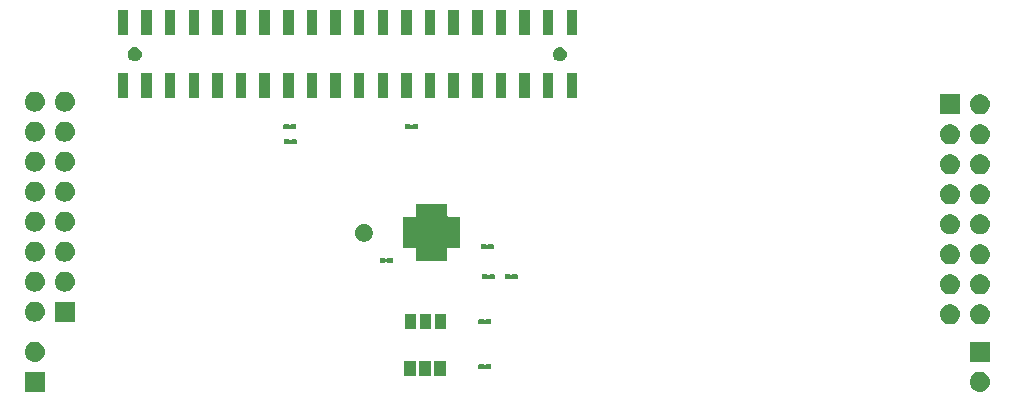
<source format=gbr>
G04 #@! TF.GenerationSoftware,KiCad,Pcbnew,5.1.2-1.fc30*
G04 #@! TF.CreationDate,2019-05-22T10:25:12+05:30*
G04 #@! TF.ProjectId,sx1509,73783135-3039-42e6-9b69-6361645f7063,v0.1*
G04 #@! TF.SameCoordinates,Original*
G04 #@! TF.FileFunction,Soldermask,Top*
G04 #@! TF.FilePolarity,Negative*
%FSLAX46Y46*%
G04 Gerber Fmt 4.6, Leading zero omitted, Abs format (unit mm)*
G04 Created by KiCad (PCBNEW 5.1.2-1.fc30) date 2019-05-22 10:25:12*
%MOMM*%
%LPD*%
G04 APERTURE LIST*
%ADD10C,0.100000*%
G04 APERTURE END LIST*
D10*
G36*
X182716627Y-130912299D02*
G01*
X182796742Y-130936602D01*
X182876855Y-130960903D01*
X182876857Y-130960904D01*
X183024518Y-131039831D01*
X183153949Y-131146051D01*
X183260169Y-131275482D01*
X183339096Y-131423143D01*
X183387701Y-131583373D01*
X183404112Y-131750000D01*
X183387701Y-131916627D01*
X183339096Y-132076857D01*
X183260169Y-132224518D01*
X183153949Y-132353949D01*
X183024518Y-132460169D01*
X182876857Y-132539096D01*
X182876855Y-132539097D01*
X182796742Y-132563398D01*
X182716627Y-132587701D01*
X182591752Y-132600000D01*
X182508248Y-132600000D01*
X182383373Y-132587701D01*
X182303258Y-132563398D01*
X182223145Y-132539097D01*
X182223143Y-132539096D01*
X182075482Y-132460169D01*
X181946051Y-132353949D01*
X181839831Y-132224518D01*
X181760904Y-132076857D01*
X181712299Y-131916627D01*
X181695888Y-131750000D01*
X181712299Y-131583373D01*
X181760904Y-131423143D01*
X181839831Y-131275482D01*
X181946051Y-131146051D01*
X182075482Y-131039831D01*
X182223143Y-130960904D01*
X182223145Y-130960903D01*
X182303258Y-130936602D01*
X182383373Y-130912299D01*
X182508248Y-130900000D01*
X182591752Y-130900000D01*
X182716627Y-130912299D01*
X182716627Y-130912299D01*
G37*
G36*
X103390000Y-132600000D02*
G01*
X101690000Y-132600000D01*
X101690000Y-130900000D01*
X103390000Y-130900000D01*
X103390000Y-132600000D01*
X103390000Y-132600000D01*
G37*
G36*
X134800000Y-131229000D02*
G01*
X133830000Y-131229000D01*
X133830000Y-129959000D01*
X134800000Y-129959000D01*
X134800000Y-131229000D01*
X134800000Y-131229000D01*
G37*
G36*
X137340000Y-131229000D02*
G01*
X136370000Y-131229000D01*
X136370000Y-129959000D01*
X137340000Y-129959000D01*
X137340000Y-131229000D01*
X137340000Y-131229000D01*
G37*
G36*
X136070000Y-131229000D02*
G01*
X135100000Y-131229000D01*
X135100000Y-129959000D01*
X136070000Y-129959000D01*
X136070000Y-131229000D01*
X136070000Y-131229000D01*
G37*
G36*
X140519696Y-130281313D02*
G01*
X140526620Y-130283413D01*
X140532999Y-130286823D01*
X140538588Y-130291410D01*
X140543375Y-130297243D01*
X140560702Y-130314570D01*
X140581077Y-130328184D01*
X140603716Y-130337561D01*
X140627749Y-130342341D01*
X140652253Y-130342341D01*
X140676286Y-130337560D01*
X140698925Y-130328183D01*
X140719299Y-130314569D01*
X140736625Y-130297243D01*
X140741412Y-130291410D01*
X140747001Y-130286823D01*
X140753380Y-130283413D01*
X140760304Y-130281313D01*
X140773638Y-130280000D01*
X141146362Y-130280000D01*
X141159696Y-130281313D01*
X141166620Y-130283413D01*
X141172999Y-130286823D01*
X141178589Y-130291411D01*
X141183177Y-130297001D01*
X141186587Y-130303380D01*
X141188687Y-130310304D01*
X141190000Y-130323638D01*
X141190000Y-130636362D01*
X141188687Y-130649696D01*
X141186587Y-130656620D01*
X141183177Y-130662999D01*
X141178589Y-130668589D01*
X141172999Y-130673177D01*
X141166620Y-130676587D01*
X141159696Y-130678687D01*
X141146362Y-130680000D01*
X140773638Y-130680000D01*
X140760304Y-130678687D01*
X140753380Y-130676587D01*
X140747001Y-130673177D01*
X140741412Y-130668590D01*
X140736625Y-130662757D01*
X140719298Y-130645430D01*
X140698923Y-130631816D01*
X140676284Y-130622439D01*
X140652251Y-130617659D01*
X140627747Y-130617659D01*
X140603714Y-130622440D01*
X140581075Y-130631817D01*
X140560701Y-130645431D01*
X140543375Y-130662757D01*
X140538588Y-130668590D01*
X140532999Y-130673177D01*
X140526620Y-130676587D01*
X140519696Y-130678687D01*
X140506362Y-130680000D01*
X140133638Y-130680000D01*
X140120304Y-130678687D01*
X140113380Y-130676587D01*
X140107001Y-130673177D01*
X140101411Y-130668589D01*
X140096823Y-130662999D01*
X140093413Y-130656620D01*
X140091313Y-130649696D01*
X140090000Y-130636362D01*
X140090000Y-130323638D01*
X140091313Y-130310304D01*
X140093413Y-130303380D01*
X140096823Y-130297001D01*
X140101411Y-130291411D01*
X140107001Y-130286823D01*
X140113380Y-130283413D01*
X140120304Y-130281313D01*
X140133638Y-130280000D01*
X140506362Y-130280000D01*
X140519696Y-130281313D01*
X140519696Y-130281313D01*
G37*
G36*
X102706627Y-128372299D02*
G01*
X102786742Y-128396601D01*
X102866855Y-128420903D01*
X102866857Y-128420904D01*
X103014518Y-128499831D01*
X103143949Y-128606051D01*
X103250169Y-128735482D01*
X103329096Y-128883143D01*
X103377701Y-129043373D01*
X103394112Y-129210000D01*
X103377701Y-129376627D01*
X103329096Y-129536857D01*
X103250169Y-129684518D01*
X103143949Y-129813949D01*
X103014518Y-129920169D01*
X102866857Y-129999096D01*
X102866855Y-129999097D01*
X102786742Y-130023399D01*
X102706627Y-130047701D01*
X102581752Y-130060000D01*
X102498248Y-130060000D01*
X102373373Y-130047701D01*
X102293258Y-130023399D01*
X102213145Y-129999097D01*
X102213143Y-129999096D01*
X102065482Y-129920169D01*
X101936051Y-129813949D01*
X101829831Y-129684518D01*
X101750904Y-129536857D01*
X101702299Y-129376627D01*
X101685888Y-129210000D01*
X101702299Y-129043373D01*
X101750904Y-128883143D01*
X101829831Y-128735482D01*
X101936051Y-128606051D01*
X102065482Y-128499831D01*
X102213143Y-128420904D01*
X102213145Y-128420903D01*
X102293258Y-128396601D01*
X102373373Y-128372299D01*
X102498248Y-128360000D01*
X102581752Y-128360000D01*
X102706627Y-128372299D01*
X102706627Y-128372299D01*
G37*
G36*
X183400000Y-130060000D02*
G01*
X181700000Y-130060000D01*
X181700000Y-128360000D01*
X183400000Y-128360000D01*
X183400000Y-130060000D01*
X183400000Y-130060000D01*
G37*
G36*
X134813000Y-127318000D02*
G01*
X133843000Y-127318000D01*
X133843000Y-126048000D01*
X134813000Y-126048000D01*
X134813000Y-127318000D01*
X134813000Y-127318000D01*
G37*
G36*
X136083000Y-127318000D02*
G01*
X135113000Y-127318000D01*
X135113000Y-126048000D01*
X136083000Y-126048000D01*
X136083000Y-127318000D01*
X136083000Y-127318000D01*
G37*
G36*
X137353000Y-127318000D02*
G01*
X136383000Y-127318000D01*
X136383000Y-126048000D01*
X137353000Y-126048000D01*
X137353000Y-127318000D01*
X137353000Y-127318000D01*
G37*
G36*
X180176627Y-125197299D02*
G01*
X180256742Y-125221601D01*
X180336855Y-125245903D01*
X180336857Y-125245904D01*
X180484518Y-125324831D01*
X180613949Y-125431051D01*
X180720169Y-125560482D01*
X180799096Y-125708143D01*
X180847701Y-125868373D01*
X180864112Y-126035000D01*
X180847701Y-126201627D01*
X180799096Y-126361857D01*
X180720169Y-126509518D01*
X180613949Y-126638949D01*
X180484518Y-126745169D01*
X180341121Y-126821817D01*
X180336855Y-126824097D01*
X180262605Y-126846620D01*
X180176627Y-126872701D01*
X180051752Y-126885000D01*
X179968248Y-126885000D01*
X179843373Y-126872701D01*
X179757395Y-126846620D01*
X179683145Y-126824097D01*
X179678879Y-126821817D01*
X179535482Y-126745169D01*
X179406051Y-126638949D01*
X179299831Y-126509518D01*
X179220904Y-126361857D01*
X179172299Y-126201627D01*
X179155888Y-126035000D01*
X179172299Y-125868373D01*
X179220904Y-125708143D01*
X179299831Y-125560482D01*
X179406051Y-125431051D01*
X179535482Y-125324831D01*
X179683143Y-125245904D01*
X179683145Y-125245903D01*
X179763258Y-125221601D01*
X179843373Y-125197299D01*
X179968248Y-125185000D01*
X180051752Y-125185000D01*
X180176627Y-125197299D01*
X180176627Y-125197299D01*
G37*
G36*
X182716627Y-125197299D02*
G01*
X182796742Y-125221601D01*
X182876855Y-125245903D01*
X182876857Y-125245904D01*
X183024518Y-125324831D01*
X183153949Y-125431051D01*
X183260169Y-125560482D01*
X183339096Y-125708143D01*
X183387701Y-125868373D01*
X183404112Y-126035000D01*
X183387701Y-126201627D01*
X183339096Y-126361857D01*
X183260169Y-126509518D01*
X183153949Y-126638949D01*
X183024518Y-126745169D01*
X182881121Y-126821817D01*
X182876855Y-126824097D01*
X182802605Y-126846620D01*
X182716627Y-126872701D01*
X182591752Y-126885000D01*
X182508248Y-126885000D01*
X182383373Y-126872701D01*
X182297395Y-126846620D01*
X182223145Y-126824097D01*
X182218879Y-126821817D01*
X182075482Y-126745169D01*
X181946051Y-126638949D01*
X181839831Y-126509518D01*
X181760904Y-126361857D01*
X181712299Y-126201627D01*
X181695888Y-126035000D01*
X181712299Y-125868373D01*
X181760904Y-125708143D01*
X181839831Y-125560482D01*
X181946051Y-125431051D01*
X182075482Y-125324831D01*
X182223143Y-125245904D01*
X182223145Y-125245903D01*
X182303258Y-125221601D01*
X182383373Y-125197299D01*
X182508248Y-125185000D01*
X182591752Y-125185000D01*
X182716627Y-125197299D01*
X182716627Y-125197299D01*
G37*
G36*
X140519696Y-126471313D02*
G01*
X140526620Y-126473413D01*
X140532999Y-126476823D01*
X140538588Y-126481410D01*
X140543375Y-126487243D01*
X140560702Y-126504570D01*
X140581077Y-126518184D01*
X140603716Y-126527561D01*
X140627749Y-126532341D01*
X140652253Y-126532341D01*
X140676286Y-126527560D01*
X140698925Y-126518183D01*
X140719299Y-126504569D01*
X140736625Y-126487243D01*
X140741412Y-126481410D01*
X140747001Y-126476823D01*
X140753380Y-126473413D01*
X140760304Y-126471313D01*
X140773638Y-126470000D01*
X141146362Y-126470000D01*
X141159696Y-126471313D01*
X141166620Y-126473413D01*
X141172999Y-126476823D01*
X141178589Y-126481411D01*
X141183177Y-126487001D01*
X141186587Y-126493380D01*
X141188687Y-126500304D01*
X141190000Y-126513638D01*
X141190000Y-126826362D01*
X141188687Y-126839696D01*
X141186587Y-126846620D01*
X141183177Y-126852999D01*
X141178589Y-126858589D01*
X141172999Y-126863177D01*
X141166620Y-126866587D01*
X141159696Y-126868687D01*
X141146362Y-126870000D01*
X140773638Y-126870000D01*
X140760304Y-126868687D01*
X140753380Y-126866587D01*
X140747001Y-126863177D01*
X140741412Y-126858590D01*
X140736625Y-126852757D01*
X140719298Y-126835430D01*
X140698923Y-126821816D01*
X140676284Y-126812439D01*
X140652251Y-126807659D01*
X140627747Y-126807659D01*
X140603714Y-126812440D01*
X140581075Y-126821817D01*
X140560701Y-126835431D01*
X140543375Y-126852757D01*
X140538588Y-126858590D01*
X140532999Y-126863177D01*
X140526620Y-126866587D01*
X140519696Y-126868687D01*
X140506362Y-126870000D01*
X140133638Y-126870000D01*
X140120304Y-126868687D01*
X140113380Y-126866587D01*
X140107001Y-126863177D01*
X140101411Y-126858589D01*
X140096823Y-126852999D01*
X140093413Y-126846620D01*
X140091313Y-126839696D01*
X140090000Y-126826362D01*
X140090000Y-126513638D01*
X140091313Y-126500304D01*
X140093413Y-126493380D01*
X140096823Y-126487001D01*
X140101411Y-126481411D01*
X140107001Y-126476823D01*
X140113380Y-126473413D01*
X140120304Y-126471313D01*
X140133638Y-126470000D01*
X140506362Y-126470000D01*
X140519696Y-126471313D01*
X140519696Y-126471313D01*
G37*
G36*
X102706627Y-124968299D02*
G01*
X102786742Y-124992601D01*
X102866855Y-125016903D01*
X102866857Y-125016904D01*
X103014518Y-125095831D01*
X103143949Y-125202051D01*
X103250169Y-125331482D01*
X103329096Y-125479143D01*
X103377701Y-125639373D01*
X103394112Y-125806000D01*
X103377701Y-125972627D01*
X103329096Y-126132857D01*
X103250169Y-126280518D01*
X103143949Y-126409949D01*
X103014518Y-126516169D01*
X102913808Y-126570000D01*
X102866855Y-126595097D01*
X102786742Y-126619399D01*
X102706627Y-126643701D01*
X102581752Y-126656000D01*
X102498248Y-126656000D01*
X102373373Y-126643701D01*
X102293258Y-126619399D01*
X102213145Y-126595097D01*
X102166192Y-126570000D01*
X102065482Y-126516169D01*
X101936051Y-126409949D01*
X101829831Y-126280518D01*
X101750904Y-126132857D01*
X101702299Y-125972627D01*
X101685888Y-125806000D01*
X101702299Y-125639373D01*
X101750904Y-125479143D01*
X101829831Y-125331482D01*
X101936051Y-125202051D01*
X102065482Y-125095831D01*
X102213143Y-125016904D01*
X102213145Y-125016903D01*
X102293258Y-124992601D01*
X102373373Y-124968299D01*
X102498248Y-124956000D01*
X102581752Y-124956000D01*
X102706627Y-124968299D01*
X102706627Y-124968299D01*
G37*
G36*
X105930000Y-126656000D02*
G01*
X104230000Y-126656000D01*
X104230000Y-124956000D01*
X105930000Y-124956000D01*
X105930000Y-126656000D01*
X105930000Y-126656000D01*
G37*
G36*
X182716627Y-122657299D02*
G01*
X182763148Y-122671411D01*
X182876855Y-122705903D01*
X182876857Y-122705904D01*
X183024518Y-122784831D01*
X183153949Y-122891051D01*
X183260169Y-123020482D01*
X183339096Y-123168143D01*
X183387701Y-123328373D01*
X183404112Y-123495000D01*
X183387701Y-123661627D01*
X183339096Y-123821857D01*
X183260169Y-123969518D01*
X183153949Y-124098949D01*
X183024518Y-124205169D01*
X182876857Y-124284096D01*
X182876855Y-124284097D01*
X182796742Y-124308399D01*
X182716627Y-124332701D01*
X182591752Y-124345000D01*
X182508248Y-124345000D01*
X182383373Y-124332701D01*
X182303258Y-124308398D01*
X182223145Y-124284097D01*
X182223143Y-124284096D01*
X182075482Y-124205169D01*
X181946051Y-124098949D01*
X181839831Y-123969518D01*
X181760904Y-123821857D01*
X181712299Y-123661627D01*
X181695888Y-123495000D01*
X181712299Y-123328373D01*
X181760904Y-123168143D01*
X181839831Y-123020482D01*
X181946051Y-122891051D01*
X182075482Y-122784831D01*
X182223143Y-122705904D01*
X182223145Y-122705903D01*
X182336852Y-122671411D01*
X182383373Y-122657299D01*
X182508248Y-122645000D01*
X182591752Y-122645000D01*
X182716627Y-122657299D01*
X182716627Y-122657299D01*
G37*
G36*
X180176627Y-122657299D02*
G01*
X180223148Y-122671411D01*
X180336855Y-122705903D01*
X180336857Y-122705904D01*
X180484518Y-122784831D01*
X180613949Y-122891051D01*
X180720169Y-123020482D01*
X180799096Y-123168143D01*
X180847701Y-123328373D01*
X180864112Y-123495000D01*
X180847701Y-123661627D01*
X180799096Y-123821857D01*
X180720169Y-123969518D01*
X180613949Y-124098949D01*
X180484518Y-124205169D01*
X180336857Y-124284096D01*
X180336855Y-124284097D01*
X180256742Y-124308399D01*
X180176627Y-124332701D01*
X180051752Y-124345000D01*
X179968248Y-124345000D01*
X179843373Y-124332701D01*
X179763258Y-124308398D01*
X179683145Y-124284097D01*
X179683143Y-124284096D01*
X179535482Y-124205169D01*
X179406051Y-124098949D01*
X179299831Y-123969518D01*
X179220904Y-123821857D01*
X179172299Y-123661627D01*
X179155888Y-123495000D01*
X179172299Y-123328373D01*
X179220904Y-123168143D01*
X179299831Y-123020482D01*
X179406051Y-122891051D01*
X179535482Y-122784831D01*
X179683143Y-122705904D01*
X179683145Y-122705903D01*
X179796852Y-122671411D01*
X179843373Y-122657299D01*
X179968248Y-122645000D01*
X180051752Y-122645000D01*
X180176627Y-122657299D01*
X180176627Y-122657299D01*
G37*
G36*
X105246627Y-122428299D02*
G01*
X105326742Y-122452601D01*
X105406855Y-122476903D01*
X105406857Y-122476904D01*
X105554518Y-122555831D01*
X105683949Y-122662051D01*
X105790169Y-122791482D01*
X105869096Y-122939143D01*
X105917701Y-123099373D01*
X105934112Y-123266000D01*
X105917701Y-123432627D01*
X105869096Y-123592857D01*
X105790169Y-123740518D01*
X105683949Y-123869949D01*
X105554518Y-123976169D01*
X105406857Y-124055096D01*
X105406855Y-124055097D01*
X105326742Y-124079399D01*
X105246627Y-124103701D01*
X105121752Y-124116000D01*
X105038248Y-124116000D01*
X104913373Y-124103701D01*
X104833258Y-124079399D01*
X104753145Y-124055097D01*
X104753143Y-124055096D01*
X104605482Y-123976169D01*
X104476051Y-123869949D01*
X104369831Y-123740518D01*
X104290904Y-123592857D01*
X104242299Y-123432627D01*
X104225888Y-123266000D01*
X104242299Y-123099373D01*
X104290904Y-122939143D01*
X104369831Y-122791482D01*
X104476051Y-122662051D01*
X104605482Y-122555831D01*
X104753143Y-122476904D01*
X104753145Y-122476903D01*
X104833258Y-122452601D01*
X104913373Y-122428299D01*
X105038248Y-122416000D01*
X105121752Y-122416000D01*
X105246627Y-122428299D01*
X105246627Y-122428299D01*
G37*
G36*
X102706627Y-122428299D02*
G01*
X102786742Y-122452601D01*
X102866855Y-122476903D01*
X102866857Y-122476904D01*
X103014518Y-122555831D01*
X103143949Y-122662051D01*
X103250169Y-122791482D01*
X103329096Y-122939143D01*
X103377701Y-123099373D01*
X103394112Y-123266000D01*
X103377701Y-123432627D01*
X103329096Y-123592857D01*
X103250169Y-123740518D01*
X103143949Y-123869949D01*
X103014518Y-123976169D01*
X102866857Y-124055096D01*
X102866855Y-124055097D01*
X102786742Y-124079399D01*
X102706627Y-124103701D01*
X102581752Y-124116000D01*
X102498248Y-124116000D01*
X102373373Y-124103701D01*
X102293258Y-124079399D01*
X102213145Y-124055097D01*
X102213143Y-124055096D01*
X102065482Y-123976169D01*
X101936051Y-123869949D01*
X101829831Y-123740518D01*
X101750904Y-123592857D01*
X101702299Y-123432627D01*
X101685888Y-123266000D01*
X101702299Y-123099373D01*
X101750904Y-122939143D01*
X101829831Y-122791482D01*
X101936051Y-122662051D01*
X102065482Y-122555831D01*
X102213143Y-122476904D01*
X102213145Y-122476903D01*
X102293258Y-122452601D01*
X102373373Y-122428299D01*
X102498248Y-122416000D01*
X102581752Y-122416000D01*
X102706627Y-122428299D01*
X102706627Y-122428299D01*
G37*
G36*
X142739696Y-122661313D02*
G01*
X142746620Y-122663413D01*
X142752999Y-122666823D01*
X142758588Y-122671410D01*
X142763375Y-122677243D01*
X142780702Y-122694570D01*
X142801077Y-122708184D01*
X142823716Y-122717561D01*
X142847749Y-122722341D01*
X142872253Y-122722341D01*
X142896286Y-122717560D01*
X142918925Y-122708183D01*
X142939299Y-122694569D01*
X142956625Y-122677243D01*
X142961412Y-122671410D01*
X142967001Y-122666823D01*
X142973380Y-122663413D01*
X142980304Y-122661313D01*
X142993638Y-122660000D01*
X143366362Y-122660000D01*
X143379696Y-122661313D01*
X143386620Y-122663413D01*
X143392999Y-122666823D01*
X143398589Y-122671411D01*
X143403177Y-122677001D01*
X143406587Y-122683380D01*
X143408687Y-122690304D01*
X143410000Y-122703638D01*
X143410000Y-123016362D01*
X143408687Y-123029696D01*
X143406587Y-123036620D01*
X143403177Y-123042999D01*
X143398589Y-123048589D01*
X143392999Y-123053177D01*
X143386620Y-123056587D01*
X143379696Y-123058687D01*
X143366362Y-123060000D01*
X142993638Y-123060000D01*
X142980304Y-123058687D01*
X142973380Y-123056587D01*
X142967001Y-123053177D01*
X142961412Y-123048590D01*
X142956625Y-123042757D01*
X142939298Y-123025430D01*
X142918923Y-123011816D01*
X142896284Y-123002439D01*
X142872251Y-122997659D01*
X142847747Y-122997659D01*
X142823714Y-123002440D01*
X142801075Y-123011817D01*
X142780701Y-123025431D01*
X142763375Y-123042757D01*
X142758588Y-123048590D01*
X142752999Y-123053177D01*
X142746620Y-123056587D01*
X142739696Y-123058687D01*
X142726362Y-123060000D01*
X142353638Y-123060000D01*
X142340304Y-123058687D01*
X142333380Y-123056587D01*
X142327001Y-123053177D01*
X142321411Y-123048589D01*
X142316823Y-123042999D01*
X142313413Y-123036620D01*
X142311313Y-123029696D01*
X142310000Y-123016362D01*
X142310000Y-122703638D01*
X142311313Y-122690304D01*
X142313413Y-122683380D01*
X142316823Y-122677001D01*
X142321411Y-122671411D01*
X142327001Y-122666823D01*
X142333380Y-122663413D01*
X142340304Y-122661313D01*
X142353638Y-122660000D01*
X142726362Y-122660000D01*
X142739696Y-122661313D01*
X142739696Y-122661313D01*
G37*
G36*
X140804696Y-122661313D02*
G01*
X140811620Y-122663413D01*
X140817999Y-122666823D01*
X140823588Y-122671410D01*
X140828375Y-122677243D01*
X140845702Y-122694570D01*
X140866077Y-122708184D01*
X140888716Y-122717561D01*
X140912749Y-122722341D01*
X140937253Y-122722341D01*
X140961286Y-122717560D01*
X140983925Y-122708183D01*
X141004299Y-122694569D01*
X141021625Y-122677243D01*
X141026412Y-122671410D01*
X141032001Y-122666823D01*
X141038380Y-122663413D01*
X141045304Y-122661313D01*
X141058638Y-122660000D01*
X141431362Y-122660000D01*
X141444696Y-122661313D01*
X141451620Y-122663413D01*
X141457999Y-122666823D01*
X141463589Y-122671411D01*
X141468177Y-122677001D01*
X141471587Y-122683380D01*
X141473687Y-122690304D01*
X141475000Y-122703638D01*
X141475000Y-123016362D01*
X141473687Y-123029696D01*
X141471587Y-123036620D01*
X141468177Y-123042999D01*
X141463589Y-123048589D01*
X141457999Y-123053177D01*
X141451620Y-123056587D01*
X141444696Y-123058687D01*
X141431362Y-123060000D01*
X141058638Y-123060000D01*
X141045304Y-123058687D01*
X141038380Y-123056587D01*
X141032001Y-123053177D01*
X141026412Y-123048590D01*
X141021625Y-123042757D01*
X141004298Y-123025430D01*
X140983923Y-123011816D01*
X140961284Y-123002439D01*
X140937251Y-122997659D01*
X140912747Y-122997659D01*
X140888714Y-123002440D01*
X140866075Y-123011817D01*
X140845701Y-123025431D01*
X140828375Y-123042757D01*
X140823588Y-123048590D01*
X140817999Y-123053177D01*
X140811620Y-123056587D01*
X140804696Y-123058687D01*
X140791362Y-123060000D01*
X140418638Y-123060000D01*
X140405304Y-123058687D01*
X140398380Y-123056587D01*
X140392001Y-123053177D01*
X140386411Y-123048589D01*
X140381823Y-123042999D01*
X140378413Y-123036620D01*
X140376313Y-123029696D01*
X140375000Y-123016362D01*
X140375000Y-122703638D01*
X140376313Y-122690304D01*
X140378413Y-122683380D01*
X140381823Y-122677001D01*
X140386411Y-122671411D01*
X140392001Y-122666823D01*
X140398380Y-122663413D01*
X140405304Y-122661313D01*
X140418638Y-122660000D01*
X140791362Y-122660000D01*
X140804696Y-122661313D01*
X140804696Y-122661313D01*
G37*
G36*
X182716627Y-120117299D02*
G01*
X182763148Y-120131411D01*
X182876855Y-120165903D01*
X182876857Y-120165904D01*
X183024518Y-120244831D01*
X183153949Y-120351051D01*
X183260169Y-120480482D01*
X183280265Y-120518079D01*
X183339097Y-120628145D01*
X183363399Y-120708258D01*
X183387701Y-120788373D01*
X183404112Y-120955000D01*
X183387701Y-121121627D01*
X183339096Y-121281857D01*
X183260169Y-121429518D01*
X183153949Y-121558949D01*
X183024518Y-121665169D01*
X182994900Y-121681000D01*
X182876855Y-121744097D01*
X182796742Y-121768398D01*
X182716627Y-121792701D01*
X182591752Y-121805000D01*
X182508248Y-121805000D01*
X182383373Y-121792701D01*
X182303258Y-121768398D01*
X182223145Y-121744097D01*
X182105100Y-121681000D01*
X182075482Y-121665169D01*
X181946051Y-121558949D01*
X181839831Y-121429518D01*
X181760904Y-121281857D01*
X181712299Y-121121627D01*
X181695888Y-120955000D01*
X181712299Y-120788373D01*
X181736601Y-120708258D01*
X181760903Y-120628145D01*
X181819735Y-120518079D01*
X181839831Y-120480482D01*
X181946051Y-120351051D01*
X182075482Y-120244831D01*
X182223143Y-120165904D01*
X182223145Y-120165903D01*
X182336852Y-120131411D01*
X182383373Y-120117299D01*
X182508248Y-120105000D01*
X182591752Y-120105000D01*
X182716627Y-120117299D01*
X182716627Y-120117299D01*
G37*
G36*
X180176627Y-120117299D02*
G01*
X180223148Y-120131411D01*
X180336855Y-120165903D01*
X180336857Y-120165904D01*
X180484518Y-120244831D01*
X180613949Y-120351051D01*
X180720169Y-120480482D01*
X180740265Y-120518079D01*
X180799097Y-120628145D01*
X180823399Y-120708258D01*
X180847701Y-120788373D01*
X180864112Y-120955000D01*
X180847701Y-121121627D01*
X180799096Y-121281857D01*
X180720169Y-121429518D01*
X180613949Y-121558949D01*
X180484518Y-121665169D01*
X180454900Y-121681000D01*
X180336855Y-121744097D01*
X180256742Y-121768398D01*
X180176627Y-121792701D01*
X180051752Y-121805000D01*
X179968248Y-121805000D01*
X179843373Y-121792701D01*
X179763258Y-121768398D01*
X179683145Y-121744097D01*
X179565100Y-121681000D01*
X179535482Y-121665169D01*
X179406051Y-121558949D01*
X179299831Y-121429518D01*
X179220904Y-121281857D01*
X179172299Y-121121627D01*
X179155888Y-120955000D01*
X179172299Y-120788373D01*
X179196601Y-120708258D01*
X179220903Y-120628145D01*
X179279735Y-120518079D01*
X179299831Y-120480482D01*
X179406051Y-120351051D01*
X179535482Y-120244831D01*
X179683143Y-120165904D01*
X179683145Y-120165903D01*
X179796852Y-120131411D01*
X179843373Y-120117299D01*
X179968248Y-120105000D01*
X180051752Y-120105000D01*
X180176627Y-120117299D01*
X180176627Y-120117299D01*
G37*
G36*
X132173696Y-121282313D02*
G01*
X132180620Y-121284413D01*
X132186999Y-121287823D01*
X132192588Y-121292410D01*
X132197375Y-121298243D01*
X132214702Y-121315570D01*
X132235077Y-121329184D01*
X132257716Y-121338561D01*
X132281749Y-121343341D01*
X132306253Y-121343341D01*
X132330286Y-121338560D01*
X132352925Y-121329183D01*
X132373299Y-121315569D01*
X132390625Y-121298243D01*
X132395412Y-121292410D01*
X132401001Y-121287823D01*
X132407380Y-121284413D01*
X132414304Y-121282313D01*
X132427638Y-121281000D01*
X132800362Y-121281000D01*
X132813696Y-121282313D01*
X132820620Y-121284413D01*
X132826999Y-121287823D01*
X132832589Y-121292411D01*
X132837177Y-121298001D01*
X132840587Y-121304380D01*
X132842687Y-121311304D01*
X132844000Y-121324638D01*
X132844000Y-121637362D01*
X132842687Y-121650696D01*
X132840587Y-121657620D01*
X132837177Y-121663999D01*
X132832589Y-121669589D01*
X132826999Y-121674177D01*
X132820620Y-121677587D01*
X132813696Y-121679687D01*
X132800362Y-121681000D01*
X132427638Y-121681000D01*
X132414304Y-121679687D01*
X132407380Y-121677587D01*
X132401001Y-121674177D01*
X132395412Y-121669590D01*
X132390625Y-121663757D01*
X132373298Y-121646430D01*
X132352923Y-121632816D01*
X132330284Y-121623439D01*
X132306251Y-121618659D01*
X132281747Y-121618659D01*
X132257714Y-121623440D01*
X132235075Y-121632817D01*
X132214701Y-121646431D01*
X132197375Y-121663757D01*
X132192588Y-121669590D01*
X132186999Y-121674177D01*
X132180620Y-121677587D01*
X132173696Y-121679687D01*
X132160362Y-121681000D01*
X131787638Y-121681000D01*
X131774304Y-121679687D01*
X131767380Y-121677587D01*
X131761001Y-121674177D01*
X131755411Y-121669589D01*
X131750823Y-121663999D01*
X131747413Y-121657620D01*
X131745313Y-121650696D01*
X131744000Y-121637362D01*
X131744000Y-121324638D01*
X131745313Y-121311304D01*
X131747413Y-121304380D01*
X131750823Y-121298001D01*
X131755411Y-121292411D01*
X131761001Y-121287823D01*
X131767380Y-121284413D01*
X131774304Y-121282313D01*
X131787638Y-121281000D01*
X132160362Y-121281000D01*
X132173696Y-121282313D01*
X132173696Y-121282313D01*
G37*
G36*
X102706627Y-119888299D02*
G01*
X102786742Y-119912601D01*
X102866855Y-119936903D01*
X102866857Y-119936904D01*
X103014518Y-120015831D01*
X103143949Y-120122051D01*
X103250169Y-120251482D01*
X103329096Y-120399143D01*
X103377701Y-120559373D01*
X103394112Y-120726000D01*
X103377701Y-120892627D01*
X103329096Y-121052857D01*
X103250169Y-121200518D01*
X103143949Y-121329949D01*
X103014518Y-121436169D01*
X102914257Y-121489760D01*
X102866855Y-121515097D01*
X102786742Y-121539399D01*
X102706627Y-121563701D01*
X102581752Y-121576000D01*
X102498248Y-121576000D01*
X102373373Y-121563701D01*
X102293258Y-121539399D01*
X102213145Y-121515097D01*
X102165743Y-121489760D01*
X102065482Y-121436169D01*
X101936051Y-121329949D01*
X101829831Y-121200518D01*
X101750904Y-121052857D01*
X101702299Y-120892627D01*
X101685888Y-120726000D01*
X101702299Y-120559373D01*
X101750904Y-120399143D01*
X101829831Y-120251482D01*
X101936051Y-120122051D01*
X102065482Y-120015831D01*
X102213143Y-119936904D01*
X102213145Y-119936903D01*
X102293258Y-119912601D01*
X102373373Y-119888299D01*
X102498248Y-119876000D01*
X102581752Y-119876000D01*
X102706627Y-119888299D01*
X102706627Y-119888299D01*
G37*
G36*
X105246627Y-119888299D02*
G01*
X105326742Y-119912601D01*
X105406855Y-119936903D01*
X105406857Y-119936904D01*
X105554518Y-120015831D01*
X105683949Y-120122051D01*
X105790169Y-120251482D01*
X105869096Y-120399143D01*
X105917701Y-120559373D01*
X105934112Y-120726000D01*
X105917701Y-120892627D01*
X105869096Y-121052857D01*
X105790169Y-121200518D01*
X105683949Y-121329949D01*
X105554518Y-121436169D01*
X105454257Y-121489760D01*
X105406855Y-121515097D01*
X105326742Y-121539399D01*
X105246627Y-121563701D01*
X105121752Y-121576000D01*
X105038248Y-121576000D01*
X104913373Y-121563701D01*
X104833258Y-121539399D01*
X104753145Y-121515097D01*
X104705743Y-121489760D01*
X104605482Y-121436169D01*
X104476051Y-121329949D01*
X104369831Y-121200518D01*
X104290904Y-121052857D01*
X104242299Y-120892627D01*
X104225888Y-120726000D01*
X104242299Y-120559373D01*
X104290904Y-120399143D01*
X104369831Y-120251482D01*
X104476051Y-120122051D01*
X104605482Y-120015831D01*
X104753143Y-119936904D01*
X104753145Y-119936903D01*
X104833258Y-119912601D01*
X104913373Y-119888299D01*
X105038248Y-119876000D01*
X105121752Y-119876000D01*
X105246627Y-119888299D01*
X105246627Y-119888299D01*
G37*
G36*
X137435940Y-117642391D02*
G01*
X137438342Y-117666777D01*
X137445455Y-117690226D01*
X137457006Y-117711837D01*
X137472551Y-117730779D01*
X137487200Y-117742800D01*
X137499221Y-117757449D01*
X137518163Y-117772994D01*
X137539774Y-117784545D01*
X137563223Y-117791658D01*
X137587609Y-117794060D01*
X138535760Y-117794060D01*
X138535760Y-120389940D01*
X137587609Y-120389940D01*
X137563223Y-120392342D01*
X137539774Y-120399455D01*
X137518163Y-120411006D01*
X137499221Y-120426551D01*
X137487200Y-120441200D01*
X137472551Y-120453221D01*
X137457006Y-120472163D01*
X137445455Y-120493774D01*
X137438342Y-120517223D01*
X137435940Y-120541609D01*
X137435940Y-121489760D01*
X134840060Y-121489760D01*
X134840060Y-120541609D01*
X134837658Y-120517223D01*
X134830545Y-120493774D01*
X134818994Y-120472163D01*
X134803449Y-120453221D01*
X134788800Y-120441200D01*
X134776779Y-120426551D01*
X134757837Y-120411006D01*
X134736226Y-120399455D01*
X134712777Y-120392342D01*
X134688391Y-120389940D01*
X133740240Y-120389940D01*
X133740240Y-117794060D01*
X134688391Y-117794060D01*
X134712777Y-117791658D01*
X134736226Y-117784545D01*
X134757837Y-117772994D01*
X134776779Y-117757449D01*
X134788800Y-117742800D01*
X134803449Y-117730779D01*
X134818994Y-117711837D01*
X134830545Y-117690226D01*
X134837658Y-117666777D01*
X134840060Y-117642391D01*
X134840060Y-116694240D01*
X137435940Y-116694240D01*
X137435940Y-117642391D01*
X137435940Y-117642391D01*
G37*
G36*
X140714696Y-120121313D02*
G01*
X140721620Y-120123413D01*
X140727999Y-120126823D01*
X140733588Y-120131410D01*
X140738375Y-120137243D01*
X140755702Y-120154570D01*
X140776077Y-120168184D01*
X140798716Y-120177561D01*
X140822749Y-120182341D01*
X140847253Y-120182341D01*
X140871286Y-120177560D01*
X140893925Y-120168183D01*
X140914299Y-120154569D01*
X140931625Y-120137243D01*
X140936412Y-120131410D01*
X140942001Y-120126823D01*
X140948380Y-120123413D01*
X140955304Y-120121313D01*
X140968638Y-120120000D01*
X141341362Y-120120000D01*
X141354696Y-120121313D01*
X141361620Y-120123413D01*
X141367999Y-120126823D01*
X141373589Y-120131411D01*
X141378177Y-120137001D01*
X141381587Y-120143380D01*
X141383687Y-120150304D01*
X141385000Y-120163638D01*
X141385000Y-120476362D01*
X141383687Y-120489696D01*
X141381587Y-120496620D01*
X141378177Y-120502999D01*
X141373589Y-120508589D01*
X141367999Y-120513177D01*
X141361620Y-120516587D01*
X141354696Y-120518687D01*
X141341362Y-120520000D01*
X140968638Y-120520000D01*
X140955304Y-120518687D01*
X140948380Y-120516587D01*
X140942001Y-120513177D01*
X140936412Y-120508590D01*
X140931625Y-120502757D01*
X140914298Y-120485430D01*
X140893923Y-120471816D01*
X140871284Y-120462439D01*
X140847251Y-120457659D01*
X140822747Y-120457659D01*
X140798714Y-120462440D01*
X140776075Y-120471817D01*
X140755701Y-120485431D01*
X140738375Y-120502757D01*
X140733588Y-120508590D01*
X140727999Y-120513177D01*
X140721620Y-120516587D01*
X140714696Y-120518687D01*
X140701362Y-120520000D01*
X140328638Y-120520000D01*
X140315304Y-120518687D01*
X140308380Y-120516587D01*
X140302001Y-120513177D01*
X140296411Y-120508589D01*
X140291823Y-120502999D01*
X140288413Y-120496620D01*
X140286313Y-120489696D01*
X140285000Y-120476362D01*
X140285000Y-120163638D01*
X140286313Y-120150304D01*
X140288413Y-120143380D01*
X140291823Y-120137001D01*
X140296411Y-120131411D01*
X140302001Y-120126823D01*
X140308380Y-120123413D01*
X140315304Y-120121313D01*
X140328638Y-120120000D01*
X140701362Y-120120000D01*
X140714696Y-120121313D01*
X140714696Y-120121313D01*
G37*
G36*
X130624766Y-118409821D02*
G01*
X130761257Y-118466358D01*
X130884097Y-118548437D01*
X130988563Y-118652903D01*
X131070642Y-118775743D01*
X131127179Y-118912234D01*
X131156000Y-119057130D01*
X131156000Y-119204870D01*
X131127179Y-119349766D01*
X131070642Y-119486257D01*
X130988563Y-119609097D01*
X130884097Y-119713563D01*
X130761257Y-119795642D01*
X130624766Y-119852179D01*
X130479870Y-119881000D01*
X130332130Y-119881000D01*
X130187234Y-119852179D01*
X130050743Y-119795642D01*
X129927903Y-119713563D01*
X129823437Y-119609097D01*
X129741358Y-119486257D01*
X129684821Y-119349766D01*
X129656000Y-119204870D01*
X129656000Y-119057130D01*
X129684821Y-118912234D01*
X129741358Y-118775743D01*
X129823437Y-118652903D01*
X129927903Y-118548437D01*
X130050743Y-118466358D01*
X130187234Y-118409821D01*
X130332130Y-118381000D01*
X130479870Y-118381000D01*
X130624766Y-118409821D01*
X130624766Y-118409821D01*
G37*
G36*
X182716627Y-117577299D02*
G01*
X182796742Y-117601602D01*
X182876855Y-117625903D01*
X182876857Y-117625904D01*
X183024518Y-117704831D01*
X183153949Y-117811051D01*
X183260169Y-117940482D01*
X183339096Y-118088143D01*
X183387701Y-118248373D01*
X183404112Y-118415000D01*
X183387701Y-118581627D01*
X183339096Y-118741857D01*
X183260169Y-118889518D01*
X183153949Y-119018949D01*
X183024518Y-119125169D01*
X182901245Y-119191060D01*
X182876855Y-119204097D01*
X182796742Y-119228398D01*
X182716627Y-119252701D01*
X182591752Y-119265000D01*
X182508248Y-119265000D01*
X182383373Y-119252701D01*
X182303258Y-119228399D01*
X182223145Y-119204097D01*
X182198755Y-119191060D01*
X182075482Y-119125169D01*
X181946051Y-119018949D01*
X181839831Y-118889518D01*
X181760904Y-118741857D01*
X181712299Y-118581627D01*
X181695888Y-118415000D01*
X181712299Y-118248373D01*
X181760904Y-118088143D01*
X181839831Y-117940482D01*
X181946051Y-117811051D01*
X182075482Y-117704831D01*
X182223143Y-117625904D01*
X182223145Y-117625903D01*
X182303258Y-117601602D01*
X182383373Y-117577299D01*
X182508248Y-117565000D01*
X182591752Y-117565000D01*
X182716627Y-117577299D01*
X182716627Y-117577299D01*
G37*
G36*
X180176627Y-117577299D02*
G01*
X180256742Y-117601602D01*
X180336855Y-117625903D01*
X180336857Y-117625904D01*
X180484518Y-117704831D01*
X180613949Y-117811051D01*
X180720169Y-117940482D01*
X180799096Y-118088143D01*
X180847701Y-118248373D01*
X180864112Y-118415000D01*
X180847701Y-118581627D01*
X180799096Y-118741857D01*
X180720169Y-118889518D01*
X180613949Y-119018949D01*
X180484518Y-119125169D01*
X180361245Y-119191060D01*
X180336855Y-119204097D01*
X180256742Y-119228398D01*
X180176627Y-119252701D01*
X180051752Y-119265000D01*
X179968248Y-119265000D01*
X179843373Y-119252701D01*
X179763258Y-119228399D01*
X179683145Y-119204097D01*
X179658755Y-119191060D01*
X179535482Y-119125169D01*
X179406051Y-119018949D01*
X179299831Y-118889518D01*
X179220904Y-118741857D01*
X179172299Y-118581627D01*
X179155888Y-118415000D01*
X179172299Y-118248373D01*
X179220904Y-118088143D01*
X179299831Y-117940482D01*
X179406051Y-117811051D01*
X179535482Y-117704831D01*
X179683143Y-117625904D01*
X179683145Y-117625903D01*
X179763258Y-117601602D01*
X179843373Y-117577299D01*
X179968248Y-117565000D01*
X180051752Y-117565000D01*
X180176627Y-117577299D01*
X180176627Y-117577299D01*
G37*
G36*
X102706627Y-117348299D02*
G01*
X102786742Y-117372602D01*
X102866855Y-117396903D01*
X102866857Y-117396904D01*
X103014518Y-117475831D01*
X103143949Y-117582051D01*
X103250169Y-117711482D01*
X103329096Y-117859143D01*
X103377701Y-118019373D01*
X103394112Y-118186000D01*
X103377701Y-118352627D01*
X103329096Y-118512857D01*
X103250169Y-118660518D01*
X103143949Y-118789949D01*
X103014518Y-118896169D01*
X102866857Y-118975096D01*
X102866855Y-118975097D01*
X102808033Y-118992940D01*
X102706627Y-119023701D01*
X102581752Y-119036000D01*
X102498248Y-119036000D01*
X102373373Y-119023701D01*
X102271967Y-118992940D01*
X102213145Y-118975097D01*
X102213143Y-118975096D01*
X102065482Y-118896169D01*
X101936051Y-118789949D01*
X101829831Y-118660518D01*
X101750904Y-118512857D01*
X101702299Y-118352627D01*
X101685888Y-118186000D01*
X101702299Y-118019373D01*
X101750904Y-117859143D01*
X101829831Y-117711482D01*
X101936051Y-117582051D01*
X102065482Y-117475831D01*
X102213143Y-117396904D01*
X102213145Y-117396903D01*
X102293258Y-117372602D01*
X102373373Y-117348299D01*
X102498248Y-117336000D01*
X102581752Y-117336000D01*
X102706627Y-117348299D01*
X102706627Y-117348299D01*
G37*
G36*
X105246627Y-117348299D02*
G01*
X105326742Y-117372602D01*
X105406855Y-117396903D01*
X105406857Y-117396904D01*
X105554518Y-117475831D01*
X105683949Y-117582051D01*
X105790169Y-117711482D01*
X105869096Y-117859143D01*
X105917701Y-118019373D01*
X105934112Y-118186000D01*
X105917701Y-118352627D01*
X105869096Y-118512857D01*
X105790169Y-118660518D01*
X105683949Y-118789949D01*
X105554518Y-118896169D01*
X105406857Y-118975096D01*
X105406855Y-118975097D01*
X105348033Y-118992940D01*
X105246627Y-119023701D01*
X105121752Y-119036000D01*
X105038248Y-119036000D01*
X104913373Y-119023701D01*
X104811967Y-118992940D01*
X104753145Y-118975097D01*
X104753143Y-118975096D01*
X104605482Y-118896169D01*
X104476051Y-118789949D01*
X104369831Y-118660518D01*
X104290904Y-118512857D01*
X104242299Y-118352627D01*
X104225888Y-118186000D01*
X104242299Y-118019373D01*
X104290904Y-117859143D01*
X104369831Y-117711482D01*
X104476051Y-117582051D01*
X104605482Y-117475831D01*
X104753143Y-117396904D01*
X104753145Y-117396903D01*
X104833258Y-117372602D01*
X104913373Y-117348299D01*
X105038248Y-117336000D01*
X105121752Y-117336000D01*
X105246627Y-117348299D01*
X105246627Y-117348299D01*
G37*
G36*
X182716627Y-115037299D02*
G01*
X182796742Y-115061601D01*
X182876855Y-115085903D01*
X182876857Y-115085904D01*
X183024518Y-115164831D01*
X183153949Y-115271051D01*
X183260169Y-115400482D01*
X183339096Y-115548143D01*
X183387701Y-115708373D01*
X183404112Y-115875000D01*
X183387701Y-116041627D01*
X183339096Y-116201857D01*
X183260169Y-116349518D01*
X183153949Y-116478949D01*
X183024518Y-116585169D01*
X182876857Y-116664096D01*
X182876855Y-116664097D01*
X182796742Y-116688399D01*
X182716627Y-116712701D01*
X182591752Y-116725000D01*
X182508248Y-116725000D01*
X182383373Y-116712701D01*
X182303258Y-116688398D01*
X182223145Y-116664097D01*
X182223143Y-116664096D01*
X182075482Y-116585169D01*
X181946051Y-116478949D01*
X181839831Y-116349518D01*
X181760904Y-116201857D01*
X181712299Y-116041627D01*
X181695888Y-115875000D01*
X181712299Y-115708373D01*
X181760904Y-115548143D01*
X181839831Y-115400482D01*
X181946051Y-115271051D01*
X182075482Y-115164831D01*
X182223143Y-115085904D01*
X182223145Y-115085903D01*
X182303258Y-115061602D01*
X182383373Y-115037299D01*
X182508248Y-115025000D01*
X182591752Y-115025000D01*
X182716627Y-115037299D01*
X182716627Y-115037299D01*
G37*
G36*
X180176627Y-115037299D02*
G01*
X180256742Y-115061601D01*
X180336855Y-115085903D01*
X180336857Y-115085904D01*
X180484518Y-115164831D01*
X180613949Y-115271051D01*
X180720169Y-115400482D01*
X180799096Y-115548143D01*
X180847701Y-115708373D01*
X180864112Y-115875000D01*
X180847701Y-116041627D01*
X180799096Y-116201857D01*
X180720169Y-116349518D01*
X180613949Y-116478949D01*
X180484518Y-116585169D01*
X180336857Y-116664096D01*
X180336855Y-116664097D01*
X180256742Y-116688399D01*
X180176627Y-116712701D01*
X180051752Y-116725000D01*
X179968248Y-116725000D01*
X179843373Y-116712701D01*
X179763258Y-116688398D01*
X179683145Y-116664097D01*
X179683143Y-116664096D01*
X179535482Y-116585169D01*
X179406051Y-116478949D01*
X179299831Y-116349518D01*
X179220904Y-116201857D01*
X179172299Y-116041627D01*
X179155888Y-115875000D01*
X179172299Y-115708373D01*
X179220904Y-115548143D01*
X179299831Y-115400482D01*
X179406051Y-115271051D01*
X179535482Y-115164831D01*
X179683143Y-115085904D01*
X179683145Y-115085903D01*
X179763258Y-115061602D01*
X179843373Y-115037299D01*
X179968248Y-115025000D01*
X180051752Y-115025000D01*
X180176627Y-115037299D01*
X180176627Y-115037299D01*
G37*
G36*
X102706627Y-114808299D02*
G01*
X102786742Y-114832602D01*
X102866855Y-114856903D01*
X102866857Y-114856904D01*
X103014518Y-114935831D01*
X103143949Y-115042051D01*
X103250169Y-115171482D01*
X103329096Y-115319143D01*
X103377701Y-115479373D01*
X103394112Y-115646000D01*
X103377701Y-115812627D01*
X103329096Y-115972857D01*
X103250169Y-116120518D01*
X103143949Y-116249949D01*
X103014518Y-116356169D01*
X102866857Y-116435096D01*
X102866855Y-116435097D01*
X102786742Y-116459399D01*
X102706627Y-116483701D01*
X102581752Y-116496000D01*
X102498248Y-116496000D01*
X102373373Y-116483701D01*
X102293258Y-116459399D01*
X102213145Y-116435097D01*
X102213143Y-116435096D01*
X102065482Y-116356169D01*
X101936051Y-116249949D01*
X101829831Y-116120518D01*
X101750904Y-115972857D01*
X101702299Y-115812627D01*
X101685888Y-115646000D01*
X101702299Y-115479373D01*
X101750904Y-115319143D01*
X101829831Y-115171482D01*
X101936051Y-115042051D01*
X102065482Y-114935831D01*
X102213143Y-114856904D01*
X102213145Y-114856903D01*
X102293258Y-114832602D01*
X102373373Y-114808299D01*
X102498248Y-114796000D01*
X102581752Y-114796000D01*
X102706627Y-114808299D01*
X102706627Y-114808299D01*
G37*
G36*
X105246627Y-114808299D02*
G01*
X105326742Y-114832602D01*
X105406855Y-114856903D01*
X105406857Y-114856904D01*
X105554518Y-114935831D01*
X105683949Y-115042051D01*
X105790169Y-115171482D01*
X105869096Y-115319143D01*
X105917701Y-115479373D01*
X105934112Y-115646000D01*
X105917701Y-115812627D01*
X105869096Y-115972857D01*
X105790169Y-116120518D01*
X105683949Y-116249949D01*
X105554518Y-116356169D01*
X105406857Y-116435096D01*
X105406855Y-116435097D01*
X105326742Y-116459399D01*
X105246627Y-116483701D01*
X105121752Y-116496000D01*
X105038248Y-116496000D01*
X104913373Y-116483701D01*
X104833258Y-116459399D01*
X104753145Y-116435097D01*
X104753143Y-116435096D01*
X104605482Y-116356169D01*
X104476051Y-116249949D01*
X104369831Y-116120518D01*
X104290904Y-115972857D01*
X104242299Y-115812627D01*
X104225888Y-115646000D01*
X104242299Y-115479373D01*
X104290904Y-115319143D01*
X104369831Y-115171482D01*
X104476051Y-115042051D01*
X104605482Y-114935831D01*
X104753143Y-114856904D01*
X104753145Y-114856903D01*
X104833258Y-114832602D01*
X104913373Y-114808299D01*
X105038248Y-114796000D01*
X105121752Y-114796000D01*
X105246627Y-114808299D01*
X105246627Y-114808299D01*
G37*
G36*
X182716627Y-112497299D02*
G01*
X182796742Y-112521602D01*
X182876855Y-112545903D01*
X182876857Y-112545904D01*
X183024518Y-112624831D01*
X183153949Y-112731051D01*
X183260169Y-112860482D01*
X183339096Y-113008143D01*
X183387701Y-113168373D01*
X183404112Y-113335000D01*
X183387701Y-113501627D01*
X183339096Y-113661857D01*
X183260169Y-113809518D01*
X183153949Y-113938949D01*
X183024518Y-114045169D01*
X182876857Y-114124096D01*
X182876855Y-114124097D01*
X182796742Y-114148398D01*
X182716627Y-114172701D01*
X182591752Y-114185000D01*
X182508248Y-114185000D01*
X182383373Y-114172701D01*
X182303258Y-114148398D01*
X182223145Y-114124097D01*
X182223143Y-114124096D01*
X182075482Y-114045169D01*
X181946051Y-113938949D01*
X181839831Y-113809518D01*
X181760904Y-113661857D01*
X181712299Y-113501627D01*
X181695888Y-113335000D01*
X181712299Y-113168373D01*
X181760904Y-113008143D01*
X181839831Y-112860482D01*
X181946051Y-112731051D01*
X182075482Y-112624831D01*
X182223143Y-112545904D01*
X182223145Y-112545903D01*
X182303258Y-112521602D01*
X182383373Y-112497299D01*
X182508248Y-112485000D01*
X182591752Y-112485000D01*
X182716627Y-112497299D01*
X182716627Y-112497299D01*
G37*
G36*
X180176627Y-112497299D02*
G01*
X180256742Y-112521602D01*
X180336855Y-112545903D01*
X180336857Y-112545904D01*
X180484518Y-112624831D01*
X180613949Y-112731051D01*
X180720169Y-112860482D01*
X180799096Y-113008143D01*
X180847701Y-113168373D01*
X180864112Y-113335000D01*
X180847701Y-113501627D01*
X180799096Y-113661857D01*
X180720169Y-113809518D01*
X180613949Y-113938949D01*
X180484518Y-114045169D01*
X180336857Y-114124096D01*
X180336855Y-114124097D01*
X180256742Y-114148398D01*
X180176627Y-114172701D01*
X180051752Y-114185000D01*
X179968248Y-114185000D01*
X179843373Y-114172701D01*
X179763258Y-114148398D01*
X179683145Y-114124097D01*
X179683143Y-114124096D01*
X179535482Y-114045169D01*
X179406051Y-113938949D01*
X179299831Y-113809518D01*
X179220904Y-113661857D01*
X179172299Y-113501627D01*
X179155888Y-113335000D01*
X179172299Y-113168373D01*
X179220904Y-113008143D01*
X179299831Y-112860482D01*
X179406051Y-112731051D01*
X179535482Y-112624831D01*
X179683143Y-112545904D01*
X179683145Y-112545903D01*
X179763258Y-112521602D01*
X179843373Y-112497299D01*
X179968248Y-112485000D01*
X180051752Y-112485000D01*
X180176627Y-112497299D01*
X180176627Y-112497299D01*
G37*
G36*
X102706627Y-112268299D02*
G01*
X102786742Y-112292601D01*
X102866855Y-112316903D01*
X102866857Y-112316904D01*
X103014518Y-112395831D01*
X103143949Y-112502051D01*
X103250169Y-112631482D01*
X103329096Y-112779143D01*
X103377701Y-112939373D01*
X103394112Y-113106000D01*
X103377701Y-113272627D01*
X103329096Y-113432857D01*
X103250169Y-113580518D01*
X103143949Y-113709949D01*
X103014518Y-113816169D01*
X102866857Y-113895096D01*
X102866855Y-113895097D01*
X102786742Y-113919399D01*
X102706627Y-113943701D01*
X102581752Y-113956000D01*
X102498248Y-113956000D01*
X102373373Y-113943701D01*
X102293258Y-113919399D01*
X102213145Y-113895097D01*
X102213143Y-113895096D01*
X102065482Y-113816169D01*
X101936051Y-113709949D01*
X101829831Y-113580518D01*
X101750904Y-113432857D01*
X101702299Y-113272627D01*
X101685888Y-113106000D01*
X101702299Y-112939373D01*
X101750904Y-112779143D01*
X101829831Y-112631482D01*
X101936051Y-112502051D01*
X102065482Y-112395831D01*
X102213143Y-112316904D01*
X102213145Y-112316903D01*
X102293258Y-112292601D01*
X102373373Y-112268299D01*
X102498248Y-112256000D01*
X102581752Y-112256000D01*
X102706627Y-112268299D01*
X102706627Y-112268299D01*
G37*
G36*
X105246627Y-112268299D02*
G01*
X105326742Y-112292601D01*
X105406855Y-112316903D01*
X105406857Y-112316904D01*
X105554518Y-112395831D01*
X105683949Y-112502051D01*
X105790169Y-112631482D01*
X105869096Y-112779143D01*
X105917701Y-112939373D01*
X105934112Y-113106000D01*
X105917701Y-113272627D01*
X105869096Y-113432857D01*
X105790169Y-113580518D01*
X105683949Y-113709949D01*
X105554518Y-113816169D01*
X105406857Y-113895096D01*
X105406855Y-113895097D01*
X105326742Y-113919399D01*
X105246627Y-113943701D01*
X105121752Y-113956000D01*
X105038248Y-113956000D01*
X104913373Y-113943701D01*
X104833258Y-113919399D01*
X104753145Y-113895097D01*
X104753143Y-113895096D01*
X104605482Y-113816169D01*
X104476051Y-113709949D01*
X104369831Y-113580518D01*
X104290904Y-113432857D01*
X104242299Y-113272627D01*
X104225888Y-113106000D01*
X104242299Y-112939373D01*
X104290904Y-112779143D01*
X104369831Y-112631482D01*
X104476051Y-112502051D01*
X104605482Y-112395831D01*
X104753143Y-112316904D01*
X104753145Y-112316903D01*
X104833258Y-112292601D01*
X104913373Y-112268299D01*
X105038248Y-112256000D01*
X105121752Y-112256000D01*
X105246627Y-112268299D01*
X105246627Y-112268299D01*
G37*
G36*
X182716627Y-109957299D02*
G01*
X182763148Y-109971411D01*
X182876855Y-110005903D01*
X182876857Y-110005904D01*
X183024518Y-110084831D01*
X183153949Y-110191051D01*
X183260169Y-110320482D01*
X183339096Y-110468143D01*
X183387701Y-110628373D01*
X183404112Y-110795000D01*
X183387701Y-110961627D01*
X183339096Y-111121857D01*
X183260169Y-111269518D01*
X183153949Y-111398949D01*
X183024518Y-111505169D01*
X182881121Y-111581817D01*
X182876855Y-111584097D01*
X182802605Y-111606620D01*
X182716627Y-111632701D01*
X182591752Y-111645000D01*
X182508248Y-111645000D01*
X182383373Y-111632701D01*
X182297395Y-111606620D01*
X182223145Y-111584097D01*
X182218879Y-111581817D01*
X182075482Y-111505169D01*
X181946051Y-111398949D01*
X181839831Y-111269518D01*
X181760904Y-111121857D01*
X181712299Y-110961627D01*
X181695888Y-110795000D01*
X181712299Y-110628373D01*
X181760904Y-110468143D01*
X181839831Y-110320482D01*
X181946051Y-110191051D01*
X182075482Y-110084831D01*
X182223143Y-110005904D01*
X182223145Y-110005903D01*
X182336852Y-109971411D01*
X182383373Y-109957299D01*
X182508248Y-109945000D01*
X182591752Y-109945000D01*
X182716627Y-109957299D01*
X182716627Y-109957299D01*
G37*
G36*
X180176627Y-109957299D02*
G01*
X180223148Y-109971411D01*
X180336855Y-110005903D01*
X180336857Y-110005904D01*
X180484518Y-110084831D01*
X180613949Y-110191051D01*
X180720169Y-110320482D01*
X180799096Y-110468143D01*
X180847701Y-110628373D01*
X180864112Y-110795000D01*
X180847701Y-110961627D01*
X180799096Y-111121857D01*
X180720169Y-111269518D01*
X180613949Y-111398949D01*
X180484518Y-111505169D01*
X180341121Y-111581817D01*
X180336855Y-111584097D01*
X180262605Y-111606620D01*
X180176627Y-111632701D01*
X180051752Y-111645000D01*
X179968248Y-111645000D01*
X179843373Y-111632701D01*
X179757395Y-111606620D01*
X179683145Y-111584097D01*
X179678879Y-111581817D01*
X179535482Y-111505169D01*
X179406051Y-111398949D01*
X179299831Y-111269518D01*
X179220904Y-111121857D01*
X179172299Y-110961627D01*
X179155888Y-110795000D01*
X179172299Y-110628373D01*
X179220904Y-110468143D01*
X179299831Y-110320482D01*
X179406051Y-110191051D01*
X179535482Y-110084831D01*
X179683143Y-110005904D01*
X179683145Y-110005903D01*
X179796852Y-109971411D01*
X179843373Y-109957299D01*
X179968248Y-109945000D01*
X180051752Y-109945000D01*
X180176627Y-109957299D01*
X180176627Y-109957299D01*
G37*
G36*
X124045696Y-111231313D02*
G01*
X124052620Y-111233413D01*
X124058999Y-111236823D01*
X124064588Y-111241410D01*
X124069375Y-111247243D01*
X124086702Y-111264570D01*
X124107077Y-111278184D01*
X124129716Y-111287561D01*
X124153749Y-111292341D01*
X124178253Y-111292341D01*
X124202286Y-111287560D01*
X124224925Y-111278183D01*
X124245299Y-111264569D01*
X124262625Y-111247243D01*
X124267412Y-111241410D01*
X124273001Y-111236823D01*
X124279380Y-111233413D01*
X124286304Y-111231313D01*
X124299638Y-111230000D01*
X124672362Y-111230000D01*
X124685696Y-111231313D01*
X124692620Y-111233413D01*
X124698999Y-111236823D01*
X124704589Y-111241411D01*
X124709177Y-111247001D01*
X124712587Y-111253380D01*
X124714687Y-111260304D01*
X124716000Y-111273638D01*
X124716000Y-111586362D01*
X124714687Y-111599696D01*
X124712587Y-111606620D01*
X124709177Y-111612999D01*
X124704589Y-111618589D01*
X124698999Y-111623177D01*
X124692620Y-111626587D01*
X124685696Y-111628687D01*
X124672362Y-111630000D01*
X124299638Y-111630000D01*
X124286304Y-111628687D01*
X124279380Y-111626587D01*
X124273001Y-111623177D01*
X124267412Y-111618590D01*
X124262625Y-111612757D01*
X124245298Y-111595430D01*
X124224923Y-111581816D01*
X124202284Y-111572439D01*
X124178251Y-111567659D01*
X124153747Y-111567659D01*
X124129714Y-111572440D01*
X124107075Y-111581817D01*
X124086701Y-111595431D01*
X124069375Y-111612757D01*
X124064588Y-111618590D01*
X124058999Y-111623177D01*
X124052620Y-111626587D01*
X124045696Y-111628687D01*
X124032362Y-111630000D01*
X123659638Y-111630000D01*
X123646304Y-111628687D01*
X123639380Y-111626587D01*
X123633001Y-111623177D01*
X123627411Y-111618589D01*
X123622823Y-111612999D01*
X123619413Y-111606620D01*
X123617313Y-111599696D01*
X123616000Y-111586362D01*
X123616000Y-111273638D01*
X123617313Y-111260304D01*
X123619413Y-111253380D01*
X123622823Y-111247001D01*
X123627411Y-111241411D01*
X123633001Y-111236823D01*
X123639380Y-111233413D01*
X123646304Y-111231313D01*
X123659638Y-111230000D01*
X124032362Y-111230000D01*
X124045696Y-111231313D01*
X124045696Y-111231313D01*
G37*
G36*
X105246627Y-109728299D02*
G01*
X105326742Y-109752601D01*
X105406855Y-109776903D01*
X105406857Y-109776904D01*
X105554518Y-109855831D01*
X105683949Y-109962051D01*
X105790169Y-110091482D01*
X105869096Y-110239143D01*
X105917701Y-110399373D01*
X105934112Y-110566000D01*
X105917701Y-110732627D01*
X105869096Y-110892857D01*
X105790169Y-111040518D01*
X105683949Y-111169949D01*
X105554518Y-111276169D01*
X105453808Y-111330000D01*
X105406855Y-111355097D01*
X105326742Y-111379399D01*
X105246627Y-111403701D01*
X105121752Y-111416000D01*
X105038248Y-111416000D01*
X104913373Y-111403701D01*
X104833258Y-111379399D01*
X104753145Y-111355097D01*
X104706192Y-111330000D01*
X104605482Y-111276169D01*
X104476051Y-111169949D01*
X104369831Y-111040518D01*
X104290904Y-110892857D01*
X104242299Y-110732627D01*
X104225888Y-110566000D01*
X104242299Y-110399373D01*
X104290904Y-110239143D01*
X104369831Y-110091482D01*
X104476051Y-109962051D01*
X104605482Y-109855831D01*
X104753143Y-109776904D01*
X104753145Y-109776903D01*
X104833258Y-109752601D01*
X104913373Y-109728299D01*
X105038248Y-109716000D01*
X105121752Y-109716000D01*
X105246627Y-109728299D01*
X105246627Y-109728299D01*
G37*
G36*
X102706627Y-109728299D02*
G01*
X102786742Y-109752601D01*
X102866855Y-109776903D01*
X102866857Y-109776904D01*
X103014518Y-109855831D01*
X103143949Y-109962051D01*
X103250169Y-110091482D01*
X103329096Y-110239143D01*
X103377701Y-110399373D01*
X103394112Y-110566000D01*
X103377701Y-110732627D01*
X103329096Y-110892857D01*
X103250169Y-111040518D01*
X103143949Y-111169949D01*
X103014518Y-111276169D01*
X102913808Y-111330000D01*
X102866855Y-111355097D01*
X102786742Y-111379399D01*
X102706627Y-111403701D01*
X102581752Y-111416000D01*
X102498248Y-111416000D01*
X102373373Y-111403701D01*
X102293258Y-111379399D01*
X102213145Y-111355097D01*
X102166192Y-111330000D01*
X102065482Y-111276169D01*
X101936051Y-111169949D01*
X101829831Y-111040518D01*
X101750904Y-110892857D01*
X101702299Y-110732627D01*
X101685888Y-110566000D01*
X101702299Y-110399373D01*
X101750904Y-110239143D01*
X101829831Y-110091482D01*
X101936051Y-109962051D01*
X102065482Y-109855831D01*
X102213143Y-109776904D01*
X102213145Y-109776903D01*
X102293258Y-109752601D01*
X102373373Y-109728299D01*
X102498248Y-109716000D01*
X102581752Y-109716000D01*
X102706627Y-109728299D01*
X102706627Y-109728299D01*
G37*
G36*
X124009696Y-109961313D02*
G01*
X124016620Y-109963413D01*
X124022999Y-109966823D01*
X124028588Y-109971410D01*
X124033375Y-109977243D01*
X124050702Y-109994570D01*
X124071077Y-110008184D01*
X124093716Y-110017561D01*
X124117749Y-110022341D01*
X124142253Y-110022341D01*
X124166286Y-110017560D01*
X124188925Y-110008183D01*
X124209299Y-109994569D01*
X124226625Y-109977243D01*
X124231412Y-109971410D01*
X124237001Y-109966823D01*
X124243380Y-109963413D01*
X124250304Y-109961313D01*
X124263638Y-109960000D01*
X124636362Y-109960000D01*
X124649696Y-109961313D01*
X124656620Y-109963413D01*
X124662999Y-109966823D01*
X124668589Y-109971411D01*
X124673177Y-109977001D01*
X124676587Y-109983380D01*
X124678687Y-109990304D01*
X124680000Y-110003638D01*
X124680000Y-110316362D01*
X124678687Y-110329696D01*
X124676587Y-110336620D01*
X124673177Y-110342999D01*
X124668589Y-110348589D01*
X124662999Y-110353177D01*
X124656620Y-110356587D01*
X124649696Y-110358687D01*
X124636362Y-110360000D01*
X124263638Y-110360000D01*
X124250304Y-110358687D01*
X124243380Y-110356587D01*
X124237001Y-110353177D01*
X124231412Y-110348590D01*
X124226625Y-110342757D01*
X124209298Y-110325430D01*
X124188923Y-110311816D01*
X124166284Y-110302439D01*
X124142251Y-110297659D01*
X124117747Y-110297659D01*
X124093714Y-110302440D01*
X124071075Y-110311817D01*
X124050701Y-110325431D01*
X124033375Y-110342757D01*
X124028588Y-110348590D01*
X124022999Y-110353177D01*
X124016620Y-110356587D01*
X124009696Y-110358687D01*
X123996362Y-110360000D01*
X123623638Y-110360000D01*
X123610304Y-110358687D01*
X123603380Y-110356587D01*
X123597001Y-110353177D01*
X123591411Y-110348589D01*
X123586823Y-110342999D01*
X123583413Y-110336620D01*
X123581313Y-110329696D01*
X123580000Y-110316362D01*
X123580000Y-110003638D01*
X123581313Y-109990304D01*
X123583413Y-109983380D01*
X123586823Y-109977001D01*
X123591411Y-109971411D01*
X123597001Y-109966823D01*
X123603380Y-109963413D01*
X123610304Y-109961313D01*
X123623638Y-109960000D01*
X123996362Y-109960000D01*
X124009696Y-109961313D01*
X124009696Y-109961313D01*
G37*
G36*
X134288696Y-109956313D02*
G01*
X134295620Y-109958413D01*
X134301999Y-109961823D01*
X134307588Y-109966410D01*
X134312375Y-109972243D01*
X134329702Y-109989570D01*
X134350077Y-110003184D01*
X134372716Y-110012561D01*
X134396749Y-110017341D01*
X134421253Y-110017341D01*
X134445286Y-110012560D01*
X134467925Y-110003183D01*
X134488299Y-109989569D01*
X134505625Y-109972243D01*
X134510412Y-109966410D01*
X134516001Y-109961823D01*
X134522380Y-109958413D01*
X134529304Y-109956313D01*
X134542638Y-109955000D01*
X134915362Y-109955000D01*
X134928696Y-109956313D01*
X134935620Y-109958413D01*
X134941999Y-109961823D01*
X134947589Y-109966411D01*
X134952177Y-109972001D01*
X134955587Y-109978380D01*
X134957687Y-109985304D01*
X134959000Y-109998638D01*
X134959000Y-110311362D01*
X134957687Y-110324696D01*
X134955587Y-110331620D01*
X134952177Y-110337999D01*
X134947589Y-110343589D01*
X134941999Y-110348177D01*
X134935620Y-110351587D01*
X134928696Y-110353687D01*
X134915362Y-110355000D01*
X134542638Y-110355000D01*
X134529304Y-110353687D01*
X134522380Y-110351587D01*
X134516001Y-110348177D01*
X134510412Y-110343590D01*
X134505625Y-110337757D01*
X134488298Y-110320430D01*
X134467923Y-110306816D01*
X134445284Y-110297439D01*
X134421251Y-110292659D01*
X134396747Y-110292659D01*
X134372714Y-110297440D01*
X134350075Y-110306817D01*
X134329701Y-110320431D01*
X134312375Y-110337757D01*
X134307588Y-110343590D01*
X134301999Y-110348177D01*
X134295620Y-110351587D01*
X134288696Y-110353687D01*
X134275362Y-110355000D01*
X133902638Y-110355000D01*
X133889304Y-110353687D01*
X133882380Y-110351587D01*
X133876001Y-110348177D01*
X133870411Y-110343589D01*
X133865823Y-110337999D01*
X133862413Y-110331620D01*
X133860313Y-110324696D01*
X133859000Y-110311362D01*
X133859000Y-109998638D01*
X133860313Y-109985304D01*
X133862413Y-109978380D01*
X133865823Y-109972001D01*
X133870411Y-109966411D01*
X133876001Y-109961823D01*
X133882380Y-109958413D01*
X133889304Y-109956313D01*
X133902638Y-109955000D01*
X134275362Y-109955000D01*
X134288696Y-109956313D01*
X134288696Y-109956313D01*
G37*
G36*
X182716627Y-107417299D02*
G01*
X182796742Y-107441601D01*
X182876855Y-107465903D01*
X182876857Y-107465904D01*
X183024518Y-107544831D01*
X183153949Y-107651051D01*
X183260169Y-107780482D01*
X183339096Y-107928143D01*
X183387701Y-108088373D01*
X183404112Y-108255000D01*
X183387701Y-108421627D01*
X183339096Y-108581857D01*
X183260169Y-108729518D01*
X183153949Y-108858949D01*
X183024518Y-108965169D01*
X182876857Y-109044096D01*
X182876855Y-109044097D01*
X182796742Y-109068399D01*
X182716627Y-109092701D01*
X182591752Y-109105000D01*
X182508248Y-109105000D01*
X182383373Y-109092701D01*
X182303258Y-109068399D01*
X182223145Y-109044097D01*
X182223143Y-109044096D01*
X182075482Y-108965169D01*
X181946051Y-108858949D01*
X181839831Y-108729518D01*
X181760904Y-108581857D01*
X181712299Y-108421627D01*
X181695888Y-108255000D01*
X181712299Y-108088373D01*
X181760904Y-107928143D01*
X181839831Y-107780482D01*
X181946051Y-107651051D01*
X182075482Y-107544831D01*
X182223143Y-107465904D01*
X182223145Y-107465903D01*
X182303258Y-107441601D01*
X182383373Y-107417299D01*
X182508248Y-107405000D01*
X182591752Y-107405000D01*
X182716627Y-107417299D01*
X182716627Y-107417299D01*
G37*
G36*
X180860000Y-109105000D02*
G01*
X179160000Y-109105000D01*
X179160000Y-107405000D01*
X180860000Y-107405000D01*
X180860000Y-109105000D01*
X180860000Y-109105000D01*
G37*
G36*
X102706627Y-107188299D02*
G01*
X102786742Y-107212602D01*
X102866855Y-107236903D01*
X102866857Y-107236904D01*
X103014518Y-107315831D01*
X103143949Y-107422051D01*
X103250169Y-107551482D01*
X103329096Y-107699143D01*
X103377701Y-107859373D01*
X103394112Y-108026000D01*
X103377701Y-108192627D01*
X103329096Y-108352857D01*
X103250169Y-108500518D01*
X103143949Y-108629949D01*
X103014518Y-108736169D01*
X102866857Y-108815096D01*
X102866855Y-108815097D01*
X102786742Y-108839398D01*
X102706627Y-108863701D01*
X102581752Y-108876000D01*
X102498248Y-108876000D01*
X102373373Y-108863701D01*
X102293258Y-108839398D01*
X102213145Y-108815097D01*
X102213143Y-108815096D01*
X102065482Y-108736169D01*
X101936051Y-108629949D01*
X101829831Y-108500518D01*
X101750904Y-108352857D01*
X101702299Y-108192627D01*
X101685888Y-108026000D01*
X101702299Y-107859373D01*
X101750904Y-107699143D01*
X101829831Y-107551482D01*
X101936051Y-107422051D01*
X102065482Y-107315831D01*
X102213143Y-107236904D01*
X102213145Y-107236903D01*
X102293258Y-107212602D01*
X102373373Y-107188299D01*
X102498248Y-107176000D01*
X102581752Y-107176000D01*
X102706627Y-107188299D01*
X102706627Y-107188299D01*
G37*
G36*
X105246627Y-107188299D02*
G01*
X105326742Y-107212602D01*
X105406855Y-107236903D01*
X105406857Y-107236904D01*
X105554518Y-107315831D01*
X105683949Y-107422051D01*
X105790169Y-107551482D01*
X105869096Y-107699143D01*
X105917701Y-107859373D01*
X105934112Y-108026000D01*
X105917701Y-108192627D01*
X105869096Y-108352857D01*
X105790169Y-108500518D01*
X105683949Y-108629949D01*
X105554518Y-108736169D01*
X105406857Y-108815096D01*
X105406855Y-108815097D01*
X105326742Y-108839398D01*
X105246627Y-108863701D01*
X105121752Y-108876000D01*
X105038248Y-108876000D01*
X104913373Y-108863701D01*
X104833258Y-108839398D01*
X104753145Y-108815097D01*
X104753143Y-108815096D01*
X104605482Y-108736169D01*
X104476051Y-108629949D01*
X104369831Y-108500518D01*
X104290904Y-108352857D01*
X104242299Y-108192627D01*
X104225888Y-108026000D01*
X104242299Y-107859373D01*
X104290904Y-107699143D01*
X104369831Y-107551482D01*
X104476051Y-107422051D01*
X104605482Y-107315831D01*
X104753143Y-107236904D01*
X104753145Y-107236903D01*
X104833258Y-107212602D01*
X104913373Y-107188299D01*
X105038248Y-107176000D01*
X105121752Y-107176000D01*
X105246627Y-107188299D01*
X105246627Y-107188299D01*
G37*
G36*
X134445000Y-107700000D02*
G01*
X133555000Y-107700000D01*
X133555000Y-105600000D01*
X134445000Y-105600000D01*
X134445000Y-107700000D01*
X134445000Y-107700000D01*
G37*
G36*
X136445000Y-107700000D02*
G01*
X135555000Y-107700000D01*
X135555000Y-105600000D01*
X136445000Y-105600000D01*
X136445000Y-107700000D01*
X136445000Y-107700000D01*
G37*
G36*
X138445000Y-107700000D02*
G01*
X137555000Y-107700000D01*
X137555000Y-105600000D01*
X138445000Y-105600000D01*
X138445000Y-107700000D01*
X138445000Y-107700000D01*
G37*
G36*
X140445000Y-107700000D02*
G01*
X139555000Y-107700000D01*
X139555000Y-105600000D01*
X140445000Y-105600000D01*
X140445000Y-107700000D01*
X140445000Y-107700000D01*
G37*
G36*
X142445000Y-107700000D02*
G01*
X141555000Y-107700000D01*
X141555000Y-105600000D01*
X142445000Y-105600000D01*
X142445000Y-107700000D01*
X142445000Y-107700000D01*
G37*
G36*
X144445000Y-107700000D02*
G01*
X143555000Y-107700000D01*
X143555000Y-105600000D01*
X144445000Y-105600000D01*
X144445000Y-107700000D01*
X144445000Y-107700000D01*
G37*
G36*
X146445000Y-107700000D02*
G01*
X145555000Y-107700000D01*
X145555000Y-105600000D01*
X146445000Y-105600000D01*
X146445000Y-107700000D01*
X146445000Y-107700000D01*
G37*
G36*
X148445000Y-107700000D02*
G01*
X147555000Y-107700000D01*
X147555000Y-105600000D01*
X148445000Y-105600000D01*
X148445000Y-107700000D01*
X148445000Y-107700000D01*
G37*
G36*
X116445000Y-107700000D02*
G01*
X115555000Y-107700000D01*
X115555000Y-105600000D01*
X116445000Y-105600000D01*
X116445000Y-107700000D01*
X116445000Y-107700000D01*
G37*
G36*
X120445000Y-107700000D02*
G01*
X119555000Y-107700000D01*
X119555000Y-105600000D01*
X120445000Y-105600000D01*
X120445000Y-107700000D01*
X120445000Y-107700000D01*
G37*
G36*
X124445000Y-107700000D02*
G01*
X123555000Y-107700000D01*
X123555000Y-105600000D01*
X124445000Y-105600000D01*
X124445000Y-107700000D01*
X124445000Y-107700000D01*
G37*
G36*
X126445000Y-107700000D02*
G01*
X125555000Y-107700000D01*
X125555000Y-105600000D01*
X126445000Y-105600000D01*
X126445000Y-107700000D01*
X126445000Y-107700000D01*
G37*
G36*
X128445000Y-107700000D02*
G01*
X127555000Y-107700000D01*
X127555000Y-105600000D01*
X128445000Y-105600000D01*
X128445000Y-107700000D01*
X128445000Y-107700000D01*
G37*
G36*
X110445000Y-107700000D02*
G01*
X109555000Y-107700000D01*
X109555000Y-105600000D01*
X110445000Y-105600000D01*
X110445000Y-107700000D01*
X110445000Y-107700000D01*
G37*
G36*
X114445000Y-107700000D02*
G01*
X113555000Y-107700000D01*
X113555000Y-105600000D01*
X114445000Y-105600000D01*
X114445000Y-107700000D01*
X114445000Y-107700000D01*
G37*
G36*
X112445000Y-107700000D02*
G01*
X111555000Y-107700000D01*
X111555000Y-105600000D01*
X112445000Y-105600000D01*
X112445000Y-107700000D01*
X112445000Y-107700000D01*
G37*
G36*
X130445000Y-107700000D02*
G01*
X129555000Y-107700000D01*
X129555000Y-105600000D01*
X130445000Y-105600000D01*
X130445000Y-107700000D01*
X130445000Y-107700000D01*
G37*
G36*
X132445000Y-107700000D02*
G01*
X131555000Y-107700000D01*
X131555000Y-105600000D01*
X132445000Y-105600000D01*
X132445000Y-107700000D01*
X132445000Y-107700000D01*
G37*
G36*
X118445000Y-107700000D02*
G01*
X117555000Y-107700000D01*
X117555000Y-105600000D01*
X118445000Y-105600000D01*
X118445000Y-107700000D01*
X118445000Y-107700000D01*
G37*
G36*
X122445000Y-107700000D02*
G01*
X121555000Y-107700000D01*
X121555000Y-105600000D01*
X122445000Y-105600000D01*
X122445000Y-107700000D01*
X122445000Y-107700000D01*
G37*
G36*
X147175013Y-103423057D02*
G01*
X147284206Y-103468286D01*
X147382477Y-103533949D01*
X147466051Y-103617523D01*
X147531714Y-103715794D01*
X147576943Y-103824987D01*
X147600000Y-103940904D01*
X147600000Y-104059096D01*
X147576943Y-104175013D01*
X147531714Y-104284206D01*
X147466051Y-104382477D01*
X147382477Y-104466051D01*
X147284206Y-104531714D01*
X147175013Y-104576943D01*
X147059096Y-104600000D01*
X146940904Y-104600000D01*
X146824987Y-104576943D01*
X146715794Y-104531714D01*
X146617523Y-104466051D01*
X146533949Y-104382477D01*
X146468286Y-104284206D01*
X146423057Y-104175013D01*
X146400000Y-104059096D01*
X146400000Y-103940904D01*
X146423057Y-103824987D01*
X146468286Y-103715794D01*
X146533949Y-103617523D01*
X146617523Y-103533949D01*
X146715794Y-103468286D01*
X146824987Y-103423057D01*
X146940904Y-103400000D01*
X147059096Y-103400000D01*
X147175013Y-103423057D01*
X147175013Y-103423057D01*
G37*
G36*
X111175013Y-103423057D02*
G01*
X111284206Y-103468286D01*
X111382477Y-103533949D01*
X111466051Y-103617523D01*
X111531714Y-103715794D01*
X111576943Y-103824987D01*
X111600000Y-103940904D01*
X111600000Y-104059096D01*
X111576943Y-104175013D01*
X111531714Y-104284206D01*
X111466051Y-104382477D01*
X111382477Y-104466051D01*
X111284206Y-104531714D01*
X111175013Y-104576943D01*
X111059096Y-104600000D01*
X110940904Y-104600000D01*
X110824987Y-104576943D01*
X110715794Y-104531714D01*
X110617523Y-104466051D01*
X110533949Y-104382477D01*
X110468286Y-104284206D01*
X110423057Y-104175013D01*
X110400000Y-104059096D01*
X110400000Y-103940904D01*
X110423057Y-103824987D01*
X110468286Y-103715794D01*
X110533949Y-103617523D01*
X110617523Y-103533949D01*
X110715794Y-103468286D01*
X110824987Y-103423057D01*
X110940904Y-103400000D01*
X111059096Y-103400000D01*
X111175013Y-103423057D01*
X111175013Y-103423057D01*
G37*
G36*
X110445000Y-102400000D02*
G01*
X109555000Y-102400000D01*
X109555000Y-100300000D01*
X110445000Y-100300000D01*
X110445000Y-102400000D01*
X110445000Y-102400000D01*
G37*
G36*
X112445000Y-102400000D02*
G01*
X111555000Y-102400000D01*
X111555000Y-100300000D01*
X112445000Y-100300000D01*
X112445000Y-102400000D01*
X112445000Y-102400000D01*
G37*
G36*
X114445000Y-102400000D02*
G01*
X113555000Y-102400000D01*
X113555000Y-100300000D01*
X114445000Y-100300000D01*
X114445000Y-102400000D01*
X114445000Y-102400000D01*
G37*
G36*
X116445000Y-102400000D02*
G01*
X115555000Y-102400000D01*
X115555000Y-100300000D01*
X116445000Y-100300000D01*
X116445000Y-102400000D01*
X116445000Y-102400000D01*
G37*
G36*
X118445000Y-102400000D02*
G01*
X117555000Y-102400000D01*
X117555000Y-100300000D01*
X118445000Y-100300000D01*
X118445000Y-102400000D01*
X118445000Y-102400000D01*
G37*
G36*
X120445000Y-102400000D02*
G01*
X119555000Y-102400000D01*
X119555000Y-100300000D01*
X120445000Y-100300000D01*
X120445000Y-102400000D01*
X120445000Y-102400000D01*
G37*
G36*
X122445000Y-102400000D02*
G01*
X121555000Y-102400000D01*
X121555000Y-100300000D01*
X122445000Y-100300000D01*
X122445000Y-102400000D01*
X122445000Y-102400000D01*
G37*
G36*
X124445000Y-102400000D02*
G01*
X123555000Y-102400000D01*
X123555000Y-100300000D01*
X124445000Y-100300000D01*
X124445000Y-102400000D01*
X124445000Y-102400000D01*
G37*
G36*
X148445000Y-102400000D02*
G01*
X147555000Y-102400000D01*
X147555000Y-100300000D01*
X148445000Y-100300000D01*
X148445000Y-102400000D01*
X148445000Y-102400000D01*
G37*
G36*
X126445000Y-102400000D02*
G01*
X125555000Y-102400000D01*
X125555000Y-100300000D01*
X126445000Y-100300000D01*
X126445000Y-102400000D01*
X126445000Y-102400000D01*
G37*
G36*
X144445000Y-102400000D02*
G01*
X143555000Y-102400000D01*
X143555000Y-100300000D01*
X144445000Y-100300000D01*
X144445000Y-102400000D01*
X144445000Y-102400000D01*
G37*
G36*
X142445000Y-102400000D02*
G01*
X141555000Y-102400000D01*
X141555000Y-100300000D01*
X142445000Y-100300000D01*
X142445000Y-102400000D01*
X142445000Y-102400000D01*
G37*
G36*
X140445000Y-102400000D02*
G01*
X139555000Y-102400000D01*
X139555000Y-100300000D01*
X140445000Y-100300000D01*
X140445000Y-102400000D01*
X140445000Y-102400000D01*
G37*
G36*
X136445000Y-102400000D02*
G01*
X135555000Y-102400000D01*
X135555000Y-100300000D01*
X136445000Y-100300000D01*
X136445000Y-102400000D01*
X136445000Y-102400000D01*
G37*
G36*
X134445000Y-102400000D02*
G01*
X133555000Y-102400000D01*
X133555000Y-100300000D01*
X134445000Y-100300000D01*
X134445000Y-102400000D01*
X134445000Y-102400000D01*
G37*
G36*
X132445000Y-102400000D02*
G01*
X131555000Y-102400000D01*
X131555000Y-100300000D01*
X132445000Y-100300000D01*
X132445000Y-102400000D01*
X132445000Y-102400000D01*
G37*
G36*
X130445000Y-102400000D02*
G01*
X129555000Y-102400000D01*
X129555000Y-100300000D01*
X130445000Y-100300000D01*
X130445000Y-102400000D01*
X130445000Y-102400000D01*
G37*
G36*
X128445000Y-102400000D02*
G01*
X127555000Y-102400000D01*
X127555000Y-100300000D01*
X128445000Y-100300000D01*
X128445000Y-102400000D01*
X128445000Y-102400000D01*
G37*
G36*
X146445000Y-102400000D02*
G01*
X145555000Y-102400000D01*
X145555000Y-100300000D01*
X146445000Y-100300000D01*
X146445000Y-102400000D01*
X146445000Y-102400000D01*
G37*
G36*
X138445000Y-102400000D02*
G01*
X137555000Y-102400000D01*
X137555000Y-100300000D01*
X138445000Y-100300000D01*
X138445000Y-102400000D01*
X138445000Y-102400000D01*
G37*
M02*

</source>
